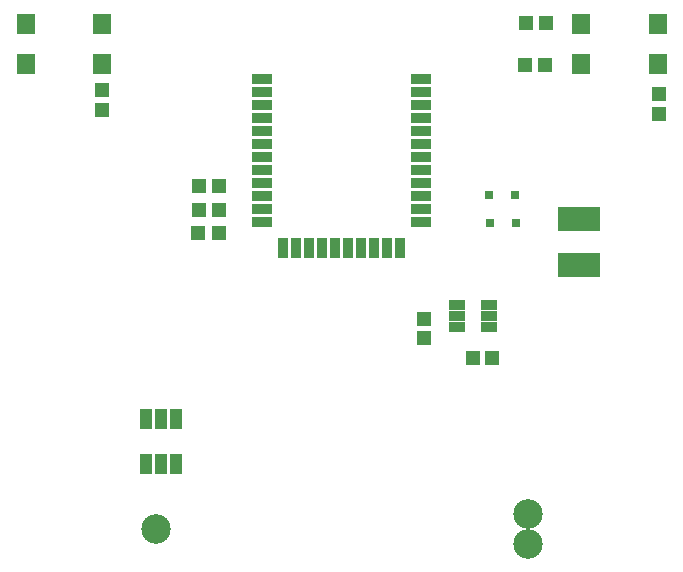
<source format=gbr>
G04 DipTrace 3.2.0.1*
G04 Íèæíÿÿìàñêà.gbr*
%MOMM*%
G04 #@! TF.FileFunction,Soldermask,Bot*
G04 #@! TF.Part,Single*
%AMOUTLINE1*
4,1,4,
0.47417,-0.85046,
-0.47587,-0.84954,
-0.47417,0.85046,
0.47587,0.84954,
0.47417,-0.85046,
0*%
%AMOUTLINE7*
4,1,4,
0.64996,-0.40008,
0.65004,0.39992,
-0.64996,0.40008,
-0.65004,-0.39992,
0.64996,-0.40008,
0*%
%ADD34C,2.5*%
%ADD36R,1.6X1.8*%
%ADD38R,1.7X0.9*%
%ADD40R,0.9X1.7*%
%ADD44R,0.8X0.8*%
%ADD46R,1.2X1.2*%
%ADD47R,1.2X1.3*%
%ADD49R,3.6X2.1*%
%ADD51R,1.3X1.2*%
%ADD56OUTLINE1*%
%ADD62OUTLINE7*%
%FSLAX35Y35*%
G04*
G71*
G90*
G75*
G01*
G04 BotMask*
%LPD*%
D51*
X1556663Y2627430D3*
X1726663D3*
D49*
X2007323Y578703D3*
Y968703D3*
D47*
X-2028057Y2061343D3*
Y1891343D3*
D46*
X1274938Y-206260D3*
X1114938D3*
D44*
X1250250Y1177883D3*
X1470250D3*
X1253120Y934743D3*
X1473120D3*
D56*
X-1403863Y-723167D3*
X-1530867Y-723043D3*
X-1657867Y-722917D3*
X-1404237Y-1100167D3*
X-1531233Y-1100040D3*
X-1658237Y-1099917D3*
D51*
X1555087Y2278637D3*
X1725087D3*
D47*
X2686620Y2028583D3*
Y1858583D3*
D51*
X-1207190Y1248663D3*
X-1037190D3*
X-1205800Y1050317D3*
X-1035800D3*
X-1212340Y850383D3*
X-1042340D3*
D40*
X495000Y725000D3*
X385000D3*
X275000D3*
X165000D3*
X55000D3*
X-60000D3*
X-165000D3*
X-275000D3*
X-385000D3*
X-495000D3*
D38*
X-675000Y950000D3*
Y1060000D3*
Y1170000D3*
Y1280000D3*
Y1390000D3*
Y1500000D3*
Y1610000D3*
Y1720000D3*
Y1830000D3*
Y1940000D3*
Y2050000D3*
Y2160000D3*
X675000Y950000D3*
Y1060000D3*
Y1170000D3*
Y1280000D3*
Y1390000D3*
Y1500000D3*
Y1610000D3*
Y1720000D3*
Y1830000D3*
Y1940000D3*
Y2050000D3*
Y2160000D3*
D36*
X-2675000Y2620000D3*
Y2280000D3*
X-2025000D3*
Y2620000D3*
X2025000D3*
Y2280000D3*
X2675000D3*
Y2620000D3*
D34*
X-1575000Y-1650000D3*
X1575000Y-1523000D3*
Y-1777000D3*
D62*
X974471Y56564D3*
X974485Y151564D3*
X974495Y246564D3*
X1244495Y246534D3*
X1244485Y151534D3*
X1244471Y56534D3*
D46*
X700167Y121675D3*
Y-38325D3*
M02*

</source>
